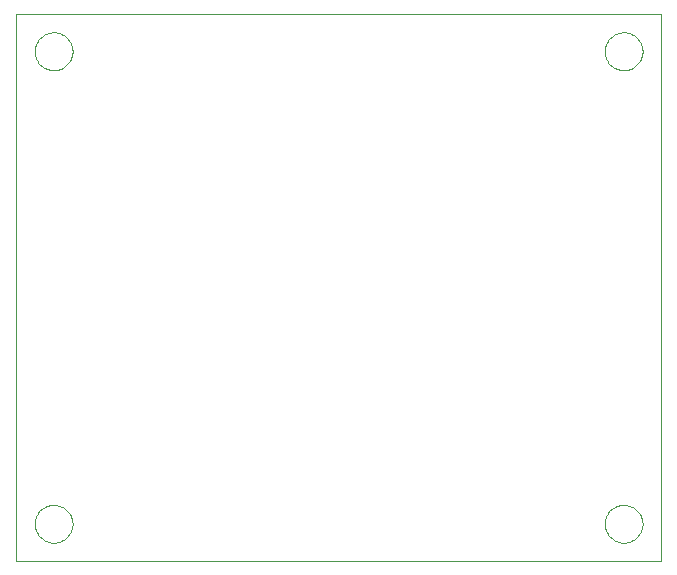
<source format=gm1>
G75*
G70*
%OFA0B0*%
%FSLAX24Y24*%
%IPPOS*%
%LPD*%
%AMOC8*
5,1,8,0,0,1.08239X$1,22.5*
%
%ADD10C,0.0000*%
D10*
X000100Y002035D02*
X000100Y020285D01*
X021600Y020285D01*
X021600Y002035D01*
X000100Y002035D01*
X000720Y003285D02*
X000722Y003335D01*
X000728Y003385D01*
X000738Y003434D01*
X000752Y003482D01*
X000769Y003529D01*
X000790Y003574D01*
X000815Y003618D01*
X000843Y003659D01*
X000875Y003698D01*
X000909Y003735D01*
X000946Y003769D01*
X000986Y003799D01*
X001028Y003826D01*
X001072Y003850D01*
X001118Y003871D01*
X001165Y003887D01*
X001213Y003900D01*
X001263Y003909D01*
X001312Y003914D01*
X001363Y003915D01*
X001413Y003912D01*
X001462Y003905D01*
X001511Y003894D01*
X001559Y003879D01*
X001605Y003861D01*
X001650Y003839D01*
X001693Y003813D01*
X001734Y003784D01*
X001773Y003752D01*
X001809Y003717D01*
X001841Y003679D01*
X001871Y003639D01*
X001898Y003596D01*
X001921Y003552D01*
X001940Y003506D01*
X001956Y003458D01*
X001968Y003409D01*
X001976Y003360D01*
X001980Y003310D01*
X001980Y003260D01*
X001976Y003210D01*
X001968Y003161D01*
X001956Y003112D01*
X001940Y003064D01*
X001921Y003018D01*
X001898Y002974D01*
X001871Y002931D01*
X001841Y002891D01*
X001809Y002853D01*
X001773Y002818D01*
X001734Y002786D01*
X001693Y002757D01*
X001650Y002731D01*
X001605Y002709D01*
X001559Y002691D01*
X001511Y002676D01*
X001462Y002665D01*
X001413Y002658D01*
X001363Y002655D01*
X001312Y002656D01*
X001263Y002661D01*
X001213Y002670D01*
X001165Y002683D01*
X001118Y002699D01*
X001072Y002720D01*
X001028Y002744D01*
X000986Y002771D01*
X000946Y002801D01*
X000909Y002835D01*
X000875Y002872D01*
X000843Y002911D01*
X000815Y002952D01*
X000790Y002996D01*
X000769Y003041D01*
X000752Y003088D01*
X000738Y003136D01*
X000728Y003185D01*
X000722Y003235D01*
X000720Y003285D01*
X000720Y019035D02*
X000722Y019085D01*
X000728Y019135D01*
X000738Y019184D01*
X000752Y019232D01*
X000769Y019279D01*
X000790Y019324D01*
X000815Y019368D01*
X000843Y019409D01*
X000875Y019448D01*
X000909Y019485D01*
X000946Y019519D01*
X000986Y019549D01*
X001028Y019576D01*
X001072Y019600D01*
X001118Y019621D01*
X001165Y019637D01*
X001213Y019650D01*
X001263Y019659D01*
X001312Y019664D01*
X001363Y019665D01*
X001413Y019662D01*
X001462Y019655D01*
X001511Y019644D01*
X001559Y019629D01*
X001605Y019611D01*
X001650Y019589D01*
X001693Y019563D01*
X001734Y019534D01*
X001773Y019502D01*
X001809Y019467D01*
X001841Y019429D01*
X001871Y019389D01*
X001898Y019346D01*
X001921Y019302D01*
X001940Y019256D01*
X001956Y019208D01*
X001968Y019159D01*
X001976Y019110D01*
X001980Y019060D01*
X001980Y019010D01*
X001976Y018960D01*
X001968Y018911D01*
X001956Y018862D01*
X001940Y018814D01*
X001921Y018768D01*
X001898Y018724D01*
X001871Y018681D01*
X001841Y018641D01*
X001809Y018603D01*
X001773Y018568D01*
X001734Y018536D01*
X001693Y018507D01*
X001650Y018481D01*
X001605Y018459D01*
X001559Y018441D01*
X001511Y018426D01*
X001462Y018415D01*
X001413Y018408D01*
X001363Y018405D01*
X001312Y018406D01*
X001263Y018411D01*
X001213Y018420D01*
X001165Y018433D01*
X001118Y018449D01*
X001072Y018470D01*
X001028Y018494D01*
X000986Y018521D01*
X000946Y018551D01*
X000909Y018585D01*
X000875Y018622D01*
X000843Y018661D01*
X000815Y018702D01*
X000790Y018746D01*
X000769Y018791D01*
X000752Y018838D01*
X000738Y018886D01*
X000728Y018935D01*
X000722Y018985D01*
X000720Y019035D01*
X019720Y019035D02*
X019722Y019085D01*
X019728Y019135D01*
X019738Y019184D01*
X019752Y019232D01*
X019769Y019279D01*
X019790Y019324D01*
X019815Y019368D01*
X019843Y019409D01*
X019875Y019448D01*
X019909Y019485D01*
X019946Y019519D01*
X019986Y019549D01*
X020028Y019576D01*
X020072Y019600D01*
X020118Y019621D01*
X020165Y019637D01*
X020213Y019650D01*
X020263Y019659D01*
X020312Y019664D01*
X020363Y019665D01*
X020413Y019662D01*
X020462Y019655D01*
X020511Y019644D01*
X020559Y019629D01*
X020605Y019611D01*
X020650Y019589D01*
X020693Y019563D01*
X020734Y019534D01*
X020773Y019502D01*
X020809Y019467D01*
X020841Y019429D01*
X020871Y019389D01*
X020898Y019346D01*
X020921Y019302D01*
X020940Y019256D01*
X020956Y019208D01*
X020968Y019159D01*
X020976Y019110D01*
X020980Y019060D01*
X020980Y019010D01*
X020976Y018960D01*
X020968Y018911D01*
X020956Y018862D01*
X020940Y018814D01*
X020921Y018768D01*
X020898Y018724D01*
X020871Y018681D01*
X020841Y018641D01*
X020809Y018603D01*
X020773Y018568D01*
X020734Y018536D01*
X020693Y018507D01*
X020650Y018481D01*
X020605Y018459D01*
X020559Y018441D01*
X020511Y018426D01*
X020462Y018415D01*
X020413Y018408D01*
X020363Y018405D01*
X020312Y018406D01*
X020263Y018411D01*
X020213Y018420D01*
X020165Y018433D01*
X020118Y018449D01*
X020072Y018470D01*
X020028Y018494D01*
X019986Y018521D01*
X019946Y018551D01*
X019909Y018585D01*
X019875Y018622D01*
X019843Y018661D01*
X019815Y018702D01*
X019790Y018746D01*
X019769Y018791D01*
X019752Y018838D01*
X019738Y018886D01*
X019728Y018935D01*
X019722Y018985D01*
X019720Y019035D01*
X019720Y003285D02*
X019722Y003335D01*
X019728Y003385D01*
X019738Y003434D01*
X019752Y003482D01*
X019769Y003529D01*
X019790Y003574D01*
X019815Y003618D01*
X019843Y003659D01*
X019875Y003698D01*
X019909Y003735D01*
X019946Y003769D01*
X019986Y003799D01*
X020028Y003826D01*
X020072Y003850D01*
X020118Y003871D01*
X020165Y003887D01*
X020213Y003900D01*
X020263Y003909D01*
X020312Y003914D01*
X020363Y003915D01*
X020413Y003912D01*
X020462Y003905D01*
X020511Y003894D01*
X020559Y003879D01*
X020605Y003861D01*
X020650Y003839D01*
X020693Y003813D01*
X020734Y003784D01*
X020773Y003752D01*
X020809Y003717D01*
X020841Y003679D01*
X020871Y003639D01*
X020898Y003596D01*
X020921Y003552D01*
X020940Y003506D01*
X020956Y003458D01*
X020968Y003409D01*
X020976Y003360D01*
X020980Y003310D01*
X020980Y003260D01*
X020976Y003210D01*
X020968Y003161D01*
X020956Y003112D01*
X020940Y003064D01*
X020921Y003018D01*
X020898Y002974D01*
X020871Y002931D01*
X020841Y002891D01*
X020809Y002853D01*
X020773Y002818D01*
X020734Y002786D01*
X020693Y002757D01*
X020650Y002731D01*
X020605Y002709D01*
X020559Y002691D01*
X020511Y002676D01*
X020462Y002665D01*
X020413Y002658D01*
X020363Y002655D01*
X020312Y002656D01*
X020263Y002661D01*
X020213Y002670D01*
X020165Y002683D01*
X020118Y002699D01*
X020072Y002720D01*
X020028Y002744D01*
X019986Y002771D01*
X019946Y002801D01*
X019909Y002835D01*
X019875Y002872D01*
X019843Y002911D01*
X019815Y002952D01*
X019790Y002996D01*
X019769Y003041D01*
X019752Y003088D01*
X019738Y003136D01*
X019728Y003185D01*
X019722Y003235D01*
X019720Y003285D01*
M02*

</source>
